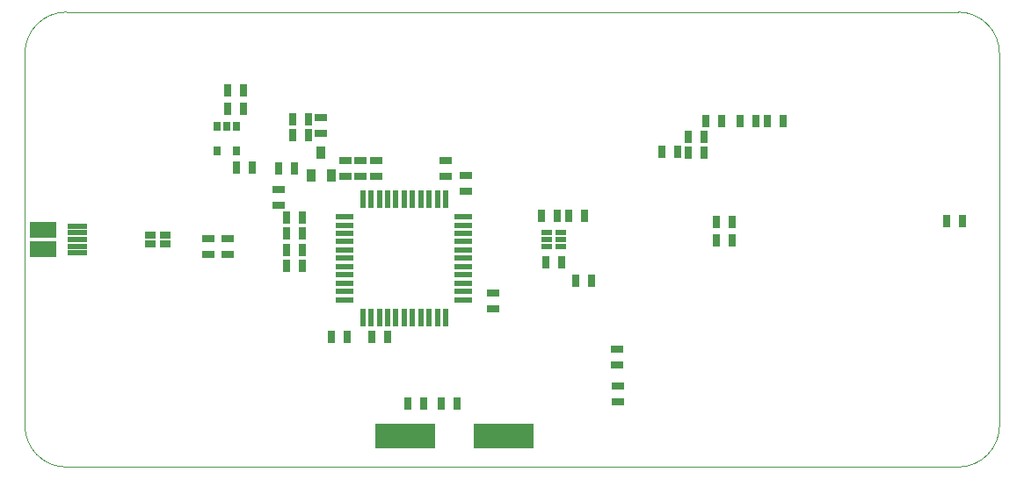
<source format=gtp>
G04 #@! TF.FileFunction,Paste,Top*
%FSLAX46Y46*%
G04 Gerber Fmt 4.6, Leading zero omitted, Abs format (unit mm)*
G04 Created by KiCad (PCBNEW (2015-01-16 BZR 5376)-product) date 23/06/2015 13:59:23*
%MOMM*%
G01*
G04 APERTURE LIST*
%ADD10C,0.150000*%
%ADD11C,0.100000*%
%ADD12R,0.558800X1.676400*%
%ADD13R,1.676400X0.558800*%
%ADD14R,0.787400X1.295400*%
%ADD15R,1.295400X0.787400*%
%ADD16R,5.752400X2.352400*%
%ADD17R,1.902400X0.552400*%
%ADD18R,2.652400X1.577400*%
%ADD19R,1.052400X0.552400*%
%ADD20R,0.952500X1.153160*%
%ADD21R,1.002400X0.802400*%
%ADD22R,0.702400X0.952400*%
G04 APERTURE END LIST*
D10*
D11*
X79767400Y39916100D02*
X-6110000Y39916100D01*
X83767900Y35915600D02*
G75*
G03X79767400Y39916100I-4000500J0D01*
G01*
X83767900Y0D02*
X83767900Y35915600D01*
X79767400Y-4000500D02*
G75*
G03X83767900Y0I0J4000500D01*
G01*
X-6110000Y-4000500D02*
X79767400Y-4000500D01*
X-10110500Y0D02*
G75*
G03X-6110000Y-4000500I4000500J0D01*
G01*
X-10110500Y35915600D02*
X-10110500Y0D01*
X-6110000Y39916100D02*
G75*
G03X-10110500Y35915600I0J-4000500D01*
G01*
D12*
X26428718Y21872818D03*
X25628618Y21872818D03*
X24828518Y21872818D03*
X24028418Y21872818D03*
X23228318Y21872818D03*
X22428218Y21872818D03*
X27228818Y21872818D03*
X28028918Y21872818D03*
X28829018Y21872818D03*
X29629118Y21872818D03*
X30429218Y21872818D03*
X26428718Y10442818D03*
X25628618Y10442818D03*
X24828518Y10442818D03*
X24028418Y10442818D03*
X23228318Y10442818D03*
X22428218Y10442818D03*
X27228818Y10442818D03*
X28028918Y10442818D03*
X28829018Y10442818D03*
X29629118Y10442818D03*
X30429218Y10442818D03*
D13*
X20713718Y16157818D03*
X32143718Y16157818D03*
X20713718Y15357718D03*
X32143718Y15357718D03*
X32143718Y14557618D03*
X20713718Y14557618D03*
X20713718Y13757518D03*
X32143718Y13757518D03*
X32143718Y12957418D03*
X20713718Y12957418D03*
X20713718Y12157318D03*
X32143718Y12157318D03*
X32143718Y16957918D03*
X20713718Y16957918D03*
X20713718Y17758018D03*
X32143718Y17758018D03*
X32143718Y18558118D03*
X20713718Y18558118D03*
X20713718Y19358218D03*
X32143718Y19358218D03*
X32143718Y20158318D03*
X20713718Y20158318D03*
D14*
X15066718Y16957818D03*
X16590718Y16957818D03*
X55466718Y29357818D03*
X56990718Y29357818D03*
X41590718Y15757818D03*
X40066718Y15757818D03*
X43790718Y20257818D03*
X42266718Y20257818D03*
X15666718Y28057818D03*
X17190718Y28057818D03*
D15*
X32328718Y22595818D03*
X32328718Y24119818D03*
D14*
X19366718Y8557818D03*
X20890718Y8557818D03*
X44490718Y13957818D03*
X42966718Y13957818D03*
X15066718Y18557818D03*
X16590718Y18557818D03*
X53766718Y26357818D03*
X55290718Y26357818D03*
X56466718Y17857818D03*
X57990718Y17857818D03*
X41190718Y20257818D03*
X39666718Y20257818D03*
D15*
X23728718Y24095818D03*
X23728718Y25619818D03*
D14*
X23266718Y8557818D03*
X24790718Y8557818D03*
D15*
X35028718Y12819818D03*
X35028718Y11295818D03*
X30428718Y24095818D03*
X30428718Y25619818D03*
X22228718Y24095818D03*
X22228718Y25619818D03*
D14*
X15666718Y29557818D03*
X17190718Y29557818D03*
X55290718Y27857818D03*
X53766718Y27857818D03*
X52740718Y26407818D03*
X51216718Y26407818D03*
X56466718Y19657818D03*
X57990718Y19657818D03*
X78688000Y19775000D03*
X80212000Y19775000D03*
X15890718Y24857818D03*
X14366718Y24857818D03*
D15*
X20728718Y24095818D03*
X20728718Y25619818D03*
D14*
X61366718Y29357818D03*
X62890718Y29357818D03*
X60290718Y29357818D03*
X58766718Y29357818D03*
X31490718Y2157818D03*
X29966718Y2157818D03*
D15*
X18428718Y28195818D03*
X18428718Y29719818D03*
D14*
X16590718Y15457818D03*
X15066718Y15457818D03*
X26766718Y2157818D03*
X28290718Y2157818D03*
D16*
X26478718Y-1042182D03*
X35978718Y-1042182D03*
D17*
X-5078962Y19255278D03*
X-5078962Y18605278D03*
X-5078962Y17955278D03*
X-5078962Y17305278D03*
X-5078962Y16655278D03*
D18*
X-8403962Y18917778D03*
X-8403962Y16992778D03*
D15*
X14328718Y21295818D03*
X14328718Y22819818D03*
D14*
X15066718Y20057818D03*
X16590718Y20057818D03*
D19*
X40128718Y18607818D03*
X40128718Y17957818D03*
X40128718Y17307818D03*
X41528718Y17307818D03*
X41528718Y17957818D03*
X41528718Y18607818D03*
D15*
X7591438Y16483158D03*
X7591438Y18007158D03*
X9422778Y16518718D03*
X9422778Y18042718D03*
D20*
X18428718Y26357638D03*
X19381218Y24157998D03*
X17476218Y24157998D03*
D21*
X3381726Y17532628D03*
X3381726Y18382628D03*
X1931726Y17532628D03*
X1931726Y18382628D03*
D14*
X10937000Y30550000D03*
X9413000Y30550000D03*
X10937000Y32350000D03*
X9413000Y32350000D03*
X10263000Y24875000D03*
X11787000Y24875000D03*
D15*
X47000000Y3812000D03*
X47000000Y2288000D03*
X46950000Y7412000D03*
X46950000Y5888000D03*
D22*
X10275000Y28875000D03*
X9325000Y28875000D03*
X8375000Y28875000D03*
X8375000Y26475000D03*
X10275000Y26475000D03*
M02*

</source>
